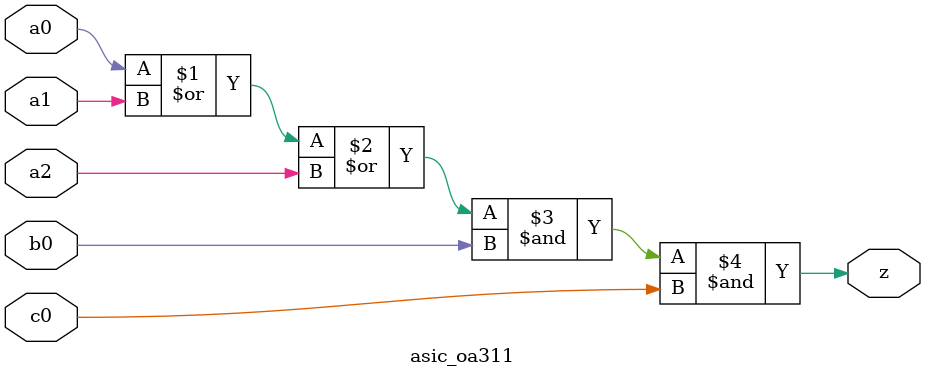
<source format=v>

module asic_oa311
   (
    input  a0,
    input  a1,
    input  a2,
    input  b0,
    input  c0,
    output z
    );

   assign z = (a0 | a1 | a2) & b0 & c0;

endmodule

</source>
